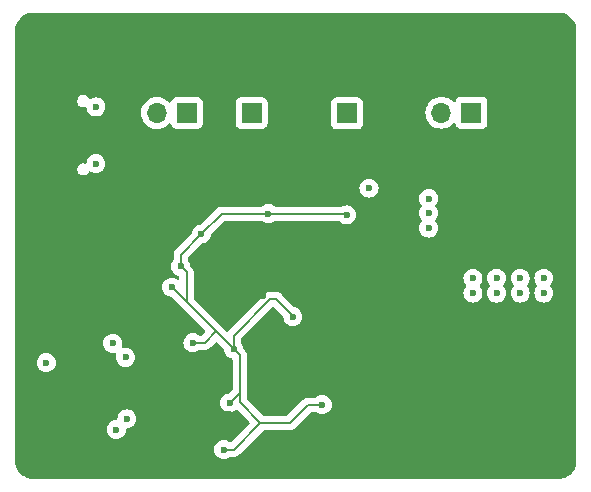
<source format=gbr>
%TF.GenerationSoftware,KiCad,Pcbnew,8.0.1*%
%TF.CreationDate,2024-06-13T11:44:25+10:00*%
%TF.ProjectId,CLD,434c442e-6b69-4636-9164-5f7063625858,rev?*%
%TF.SameCoordinates,Original*%
%TF.FileFunction,Copper,L3,Inr*%
%TF.FilePolarity,Positive*%
%FSLAX46Y46*%
G04 Gerber Fmt 4.6, Leading zero omitted, Abs format (unit mm)*
G04 Created by KiCad (PCBNEW 8.0.1) date 2024-06-13 11:44:25*
%MOMM*%
%LPD*%
G01*
G04 APERTURE LIST*
%TA.AperFunction,ComponentPad*%
%ADD10R,1.700000X1.700000*%
%TD*%
%TA.AperFunction,ComponentPad*%
%ADD11O,1.700000X1.700000*%
%TD*%
%TA.AperFunction,ComponentPad*%
%ADD12O,2.100000X1.000000*%
%TD*%
%TA.AperFunction,ComponentPad*%
%ADD13O,1.800000X1.000000*%
%TD*%
%TA.AperFunction,ViaPad*%
%ADD14C,0.600000*%
%TD*%
%TA.AperFunction,ViaPad*%
%ADD15C,4.500000*%
%TD*%
%TA.AperFunction,Conductor*%
%ADD16C,0.200000*%
%TD*%
G04 APERTURE END LIST*
D10*
%TO.N,+5V*%
%TO.C,J3*%
X91008333Y-51512500D03*
D11*
%TO.N,GND*%
X93548333Y-51512500D03*
%TD*%
D12*
%TO.N,GND*%
%TO.C,J6*%
X77250000Y-49070000D03*
D13*
X73070000Y-49070000D03*
D12*
X77250000Y-57710000D03*
D13*
X73070000Y-57710000D03*
%TD*%
D10*
%TO.N,/Can_H*%
%TO.C,J4*%
X85525000Y-51500000D03*
D11*
%TO.N,/Can_L*%
X82985000Y-51500000D03*
%TD*%
D10*
%TO.N,VDD*%
%TO.C,J1*%
X109624999Y-51475000D03*
D11*
%TO.N,Net-(J1-Pin_2)*%
X107084999Y-51475000D03*
%TD*%
D10*
%TO.N,VDD*%
%TO.C,J2*%
X99091666Y-51537500D03*
D11*
%TO.N,GND*%
X101631666Y-51537500D03*
%TD*%
D14*
%TO.N,GND*%
X72000000Y-53750000D03*
X75250000Y-53500000D03*
X72000000Y-50750000D03*
X73750000Y-52000000D03*
X72000000Y-71250000D03*
X72250000Y-62500000D03*
X72250000Y-66250000D03*
X103000000Y-81000000D03*
%TO.N,+3.3V*%
X89150000Y-76050000D03*
X88650000Y-80000000D03*
X97000000Y-76200000D03*
%TO.N,GND*%
X104250000Y-60000000D03*
X85875000Y-77000000D03*
X101250000Y-73500000D03*
X106500000Y-73000000D03*
D15*
X116250000Y-45500000D03*
D14*
X115500000Y-60000000D03*
X85250000Y-74500000D03*
X88125000Y-77000000D03*
X95000000Y-58250000D03*
X117000000Y-62500000D03*
X117000000Y-58000000D03*
X103000000Y-74500000D03*
X80250000Y-65500000D03*
X93093324Y-72530330D03*
X98000000Y-73750000D03*
X74000000Y-69000000D03*
X104250000Y-61500000D03*
D15*
X73250000Y-45500000D03*
D14*
X106500000Y-68750000D03*
X82922785Y-79828966D03*
X96000000Y-48500000D03*
X117250000Y-48500000D03*
X102750000Y-60000000D03*
X106500000Y-71500000D03*
X107575000Y-76000000D03*
X89000000Y-67500000D03*
X87500000Y-66000000D03*
X102500000Y-63500000D03*
X118000000Y-68750000D03*
X80000000Y-48500000D03*
X91250000Y-71750000D03*
X83750000Y-78000000D03*
X96500000Y-56250000D03*
X97406676Y-71469670D03*
X77000000Y-69500000D03*
X89500000Y-57500000D03*
X101500000Y-62500000D03*
X89125000Y-77000000D03*
X88000000Y-48500000D03*
X74500000Y-49000000D03*
X90750000Y-57500000D03*
X86875000Y-77000000D03*
X92000000Y-67000000D03*
X91500000Y-81750000D03*
X110500000Y-81000000D03*
X87125000Y-80000000D03*
X106500000Y-70250000D03*
X92000000Y-65000000D03*
X96750000Y-80750000D03*
X93000000Y-66000000D03*
X103500000Y-63500000D03*
X110500000Y-45000000D03*
X76000000Y-58000000D03*
X118000000Y-74750000D03*
X88625000Y-74000000D03*
X82250000Y-74000000D03*
X110750000Y-75750000D03*
D15*
X116250000Y-80000000D03*
D14*
X76500000Y-44000000D03*
X78500000Y-49000000D03*
X80250000Y-64250000D03*
X100500000Y-61500000D03*
X88125000Y-75000000D03*
X95750000Y-57500000D03*
X104500000Y-73750000D03*
X92201992Y-74951992D03*
X80000000Y-58000000D03*
X89500000Y-65000000D03*
X85000000Y-72000000D03*
X76250000Y-64250000D03*
X84250000Y-58000000D03*
X82000000Y-45000000D03*
X74250000Y-76250000D03*
X104500000Y-72500000D03*
X76500000Y-82000000D03*
X78250000Y-74750000D03*
X108750000Y-75750000D03*
X103500000Y-60750000D03*
D15*
X73250000Y-80000000D03*
D14*
X77000000Y-74000000D03*
X99000000Y-56250000D03*
%TO.N,+3.3V*%
X92438128Y-60021313D03*
X86048008Y-70951992D03*
X94500000Y-68750000D03*
X84250000Y-66250000D03*
X99050001Y-60137500D03*
X85000000Y-64500000D03*
X86750000Y-61750000D03*
X89500000Y-71500000D03*
%TO.N,VDD*%
X100949999Y-57862500D03*
%TO.N,+5V*%
X73624011Y-72646169D03*
X77825000Y-50990000D03*
X77825000Y-55790000D03*
%TO.N,/Can_L*%
X79551076Y-78301076D03*
X79250000Y-71000000D03*
%TO.N,/Can_H*%
X80449102Y-77403050D03*
X80333363Y-72185337D03*
%TO.N,Net-(L1-Pad1)*%
X106000000Y-58750000D03*
X111750000Y-66750000D03*
X109750000Y-65500000D03*
X106000000Y-61250000D03*
X115750000Y-66750000D03*
X113750000Y-66750000D03*
X109750000Y-66750000D03*
X113750000Y-65500000D03*
X115750000Y-65500000D03*
X106000000Y-60000000D03*
X111750000Y-65500000D03*
%TD*%
D16*
%TO.N,+3.3V*%
X88650000Y-80000000D02*
X89500000Y-80000000D01*
X89500000Y-80000000D02*
X91750000Y-77750000D01*
X89150000Y-76050000D02*
X90000000Y-75200000D01*
X97000000Y-76200000D02*
X95800000Y-76200000D01*
X95800000Y-76200000D02*
X94250000Y-77750000D01*
X94250000Y-77750000D02*
X91750000Y-77750000D01*
X90000000Y-72000000D02*
X89500000Y-71500000D01*
X85000000Y-64500000D02*
X85080761Y-64500000D01*
X90000000Y-75200000D02*
X90000000Y-72000000D01*
X84250000Y-66170000D02*
X84250000Y-66250000D01*
X91750000Y-77750000D02*
X90000000Y-76000000D01*
X90000000Y-76000000D02*
X90000000Y-75200000D01*
X89500000Y-71500000D02*
X88000000Y-70000000D01*
X85000000Y-64500000D02*
X85000000Y-63500000D01*
X85000000Y-63500000D02*
X86750000Y-61750000D01*
X85500000Y-65000000D02*
X85000000Y-64500000D01*
X87048008Y-70951992D02*
X88000000Y-70000000D01*
X92598529Y-67250000D02*
X89500000Y-70348529D01*
X86750000Y-61750000D02*
X88478687Y-60021313D01*
X88478687Y-60021313D02*
X92438128Y-60021313D01*
X93098529Y-67250000D02*
X92598529Y-67250000D01*
X85500000Y-67500000D02*
X85500000Y-65000000D01*
X88000000Y-70000000D02*
X85500000Y-67500000D01*
X98933814Y-60021313D02*
X99050001Y-60137500D01*
X94500000Y-68750000D02*
X94500000Y-68651471D01*
X84250000Y-66250000D02*
X85500000Y-67500000D01*
X86048008Y-70951992D02*
X87048008Y-70951992D01*
X94500000Y-68651471D02*
X93098529Y-67250000D01*
X89500000Y-70348529D02*
X89500000Y-71500000D01*
X92438128Y-60021313D02*
X98933814Y-60021313D01*
%TD*%
%TA.AperFunction,Conductor*%
%TO.N,GND*%
G36*
X117004418Y-43000816D02*
G01*
X117204561Y-43015130D01*
X117222063Y-43017647D01*
X117413797Y-43059355D01*
X117430755Y-43064334D01*
X117614609Y-43132909D01*
X117630701Y-43140259D01*
X117802904Y-43234288D01*
X117817784Y-43243849D01*
X117974867Y-43361441D01*
X117988237Y-43373027D01*
X118126972Y-43511762D01*
X118138558Y-43525132D01*
X118256146Y-43682210D01*
X118265711Y-43697095D01*
X118359740Y-43869298D01*
X118367090Y-43885390D01*
X118435662Y-44069236D01*
X118440646Y-44086212D01*
X118482351Y-44277931D01*
X118484869Y-44295442D01*
X118499184Y-44495580D01*
X118499500Y-44504427D01*
X118499500Y-80995572D01*
X118499184Y-81004419D01*
X118484869Y-81204557D01*
X118482351Y-81222068D01*
X118440646Y-81413787D01*
X118435662Y-81430763D01*
X118367090Y-81614609D01*
X118359740Y-81630701D01*
X118265711Y-81802904D01*
X118256146Y-81817789D01*
X118138558Y-81974867D01*
X118126972Y-81988237D01*
X117988237Y-82126972D01*
X117974867Y-82138558D01*
X117817789Y-82256146D01*
X117802904Y-82265711D01*
X117630701Y-82359740D01*
X117614609Y-82367090D01*
X117430763Y-82435662D01*
X117413787Y-82440646D01*
X117222068Y-82482351D01*
X117204557Y-82484869D01*
X117023779Y-82497799D01*
X117004417Y-82499184D01*
X116995572Y-82499500D01*
X72504428Y-82499500D01*
X72495582Y-82499184D01*
X72473622Y-82497613D01*
X72295442Y-82484869D01*
X72277931Y-82482351D01*
X72086212Y-82440646D01*
X72069236Y-82435662D01*
X71885390Y-82367090D01*
X71869298Y-82359740D01*
X71697095Y-82265711D01*
X71682210Y-82256146D01*
X71525132Y-82138558D01*
X71511762Y-82126972D01*
X71373027Y-81988237D01*
X71361441Y-81974867D01*
X71243849Y-81817784D01*
X71234288Y-81802904D01*
X71140259Y-81630701D01*
X71132909Y-81614609D01*
X71072091Y-81451551D01*
X71064334Y-81430755D01*
X71059355Y-81413797D01*
X71017647Y-81222063D01*
X71015130Y-81204556D01*
X71000816Y-81004418D01*
X71000500Y-80995572D01*
X71000500Y-78301079D01*
X78745511Y-78301079D01*
X78765706Y-78480325D01*
X78765707Y-78480330D01*
X78825287Y-78650599D01*
X78921260Y-78803338D01*
X79048814Y-78930892D01*
X79201554Y-79026865D01*
X79371821Y-79086444D01*
X79371826Y-79086445D01*
X79551072Y-79106641D01*
X79551076Y-79106641D01*
X79551080Y-79106641D01*
X79730325Y-79086445D01*
X79730328Y-79086444D01*
X79730331Y-79086444D01*
X79900598Y-79026865D01*
X80053338Y-78930892D01*
X80180892Y-78803338D01*
X80276865Y-78650598D01*
X80336444Y-78480331D01*
X80354932Y-78316242D01*
X80381998Y-78251829D01*
X80439593Y-78212274D01*
X80464267Y-78206906D01*
X80504551Y-78202367D01*
X80628351Y-78188419D01*
X80628354Y-78188418D01*
X80628357Y-78188418D01*
X80798624Y-78128839D01*
X80951364Y-78032866D01*
X81078918Y-77905312D01*
X81174891Y-77752572D01*
X81234470Y-77582305D01*
X81241974Y-77515706D01*
X81254667Y-77403053D01*
X81254667Y-77403046D01*
X81234471Y-77223800D01*
X81234470Y-77223795D01*
X81174890Y-77053526D01*
X81094627Y-76925789D01*
X81078918Y-76900788D01*
X80951364Y-76773234D01*
X80798625Y-76677261D01*
X80628356Y-76617681D01*
X80628351Y-76617680D01*
X80449106Y-76597485D01*
X80449098Y-76597485D01*
X80269852Y-76617680D01*
X80269847Y-76617681D01*
X80099578Y-76677261D01*
X79946839Y-76773234D01*
X79819286Y-76900787D01*
X79723313Y-77053526D01*
X79663733Y-77223795D01*
X79663732Y-77223799D01*
X79645245Y-77387883D01*
X79618178Y-77452297D01*
X79560584Y-77491852D01*
X79535909Y-77497219D01*
X79371825Y-77515706D01*
X79371821Y-77515707D01*
X79201552Y-77575287D01*
X79048813Y-77671260D01*
X78921260Y-77798813D01*
X78825287Y-77951552D01*
X78765707Y-78121821D01*
X78765706Y-78121826D01*
X78745511Y-78301072D01*
X78745511Y-78301079D01*
X71000500Y-78301079D01*
X71000500Y-72646172D01*
X72818446Y-72646172D01*
X72838641Y-72825418D01*
X72838642Y-72825423D01*
X72898222Y-72995692D01*
X72994195Y-73148431D01*
X73121749Y-73275985D01*
X73274489Y-73371958D01*
X73444756Y-73431537D01*
X73444761Y-73431538D01*
X73624007Y-73451734D01*
X73624011Y-73451734D01*
X73624015Y-73451734D01*
X73803260Y-73431538D01*
X73803263Y-73431537D01*
X73803266Y-73431537D01*
X73973533Y-73371958D01*
X74126273Y-73275985D01*
X74253827Y-73148431D01*
X74349800Y-72995691D01*
X74409379Y-72825424D01*
X74409380Y-72825418D01*
X74429576Y-72646172D01*
X74429576Y-72646165D01*
X74409380Y-72466919D01*
X74409379Y-72466914D01*
X74349800Y-72296647D01*
X74253827Y-72143907D01*
X74126273Y-72016353D01*
X74103847Y-72002262D01*
X73973534Y-71920380D01*
X73803265Y-71860800D01*
X73803260Y-71860799D01*
X73624015Y-71840604D01*
X73624007Y-71840604D01*
X73444761Y-71860799D01*
X73444756Y-71860800D01*
X73274487Y-71920380D01*
X73121748Y-72016353D01*
X72994195Y-72143906D01*
X72898222Y-72296645D01*
X72838642Y-72466914D01*
X72838641Y-72466919D01*
X72818446Y-72646165D01*
X72818446Y-72646172D01*
X71000500Y-72646172D01*
X71000500Y-71000003D01*
X78444435Y-71000003D01*
X78464630Y-71179249D01*
X78464631Y-71179254D01*
X78524211Y-71349523D01*
X78593345Y-71459548D01*
X78620184Y-71502262D01*
X78747738Y-71629816D01*
X78900478Y-71725789D01*
X79068519Y-71784589D01*
X79070745Y-71785368D01*
X79070750Y-71785369D01*
X79249996Y-71805565D01*
X79250000Y-71805565D01*
X79250004Y-71805565D01*
X79436175Y-71784589D01*
X79436500Y-71787478D01*
X79493239Y-71790955D01*
X79549596Y-71832254D01*
X79574679Y-71897466D01*
X79568134Y-71948528D01*
X79547994Y-72006082D01*
X79547993Y-72006087D01*
X79527798Y-72185333D01*
X79527798Y-72185340D01*
X79547993Y-72364586D01*
X79547994Y-72364591D01*
X79607574Y-72534860D01*
X79703547Y-72687599D01*
X79831101Y-72815153D01*
X79983841Y-72911126D01*
X80154108Y-72970705D01*
X80154113Y-72970706D01*
X80333359Y-72990902D01*
X80333363Y-72990902D01*
X80333367Y-72990902D01*
X80512612Y-72970706D01*
X80512615Y-72970705D01*
X80512618Y-72970705D01*
X80682885Y-72911126D01*
X80835625Y-72815153D01*
X80963179Y-72687599D01*
X81059152Y-72534859D01*
X81118731Y-72364592D01*
X81118732Y-72364586D01*
X81138928Y-72185340D01*
X81138928Y-72185333D01*
X81118732Y-72006087D01*
X81118731Y-72006082D01*
X81088940Y-71920944D01*
X81059152Y-71835815D01*
X81056914Y-71832254D01*
X80997289Y-71737361D01*
X80963179Y-71683075D01*
X80835625Y-71555521D01*
X80765676Y-71511569D01*
X80682886Y-71459548D01*
X80512617Y-71399968D01*
X80512612Y-71399967D01*
X80333367Y-71379772D01*
X80333359Y-71379772D01*
X80147188Y-71400748D01*
X80146865Y-71397882D01*
X80089992Y-71394333D01*
X80033681Y-71352971D01*
X80008671Y-71287730D01*
X80015228Y-71236810D01*
X80035368Y-71179255D01*
X80035369Y-71179249D01*
X80055565Y-71000003D01*
X80055565Y-70999996D01*
X80035369Y-70820750D01*
X80035368Y-70820745D01*
X79975788Y-70650476D01*
X79879815Y-70497737D01*
X79752262Y-70370184D01*
X79599523Y-70274211D01*
X79429254Y-70214631D01*
X79429249Y-70214630D01*
X79250004Y-70194435D01*
X79249996Y-70194435D01*
X79070750Y-70214630D01*
X79070745Y-70214631D01*
X78900476Y-70274211D01*
X78747737Y-70370184D01*
X78620184Y-70497737D01*
X78524211Y-70650476D01*
X78464631Y-70820745D01*
X78464630Y-70820750D01*
X78444435Y-70999996D01*
X78444435Y-71000003D01*
X71000500Y-71000003D01*
X71000500Y-66250003D01*
X83444435Y-66250003D01*
X83464630Y-66429249D01*
X83464631Y-66429254D01*
X83524211Y-66599523D01*
X83555614Y-66649500D01*
X83620184Y-66752262D01*
X83747738Y-66879816D01*
X83900478Y-66975789D01*
X84070745Y-67035368D01*
X84157669Y-67045161D01*
X84222080Y-67072226D01*
X84231465Y-67080700D01*
X85015139Y-67864374D01*
X85015149Y-67864385D01*
X85019479Y-67868715D01*
X85019480Y-67868716D01*
X85131284Y-67980520D01*
X85131285Y-67980520D01*
X85138352Y-67987587D01*
X85138351Y-67987587D01*
X85138355Y-67987590D01*
X87063084Y-69912319D01*
X87096569Y-69973642D01*
X87091585Y-70043334D01*
X87063084Y-70087681D01*
X86835592Y-70315173D01*
X86774269Y-70348658D01*
X86747911Y-70351492D01*
X86630420Y-70351492D01*
X86563381Y-70331807D01*
X86553105Y-70324437D01*
X86550271Y-70322177D01*
X86550270Y-70322176D01*
X86473934Y-70274211D01*
X86397531Y-70226203D01*
X86227262Y-70166623D01*
X86227257Y-70166622D01*
X86048012Y-70146427D01*
X86048004Y-70146427D01*
X85868758Y-70166622D01*
X85868753Y-70166623D01*
X85698484Y-70226203D01*
X85545745Y-70322176D01*
X85418192Y-70449729D01*
X85322219Y-70602468D01*
X85262639Y-70772737D01*
X85262638Y-70772742D01*
X85242443Y-70951988D01*
X85242443Y-70951995D01*
X85262638Y-71131241D01*
X85262639Y-71131246D01*
X85322219Y-71301515D01*
X85416012Y-71450784D01*
X85418192Y-71454254D01*
X85545746Y-71581808D01*
X85698486Y-71677781D01*
X85835682Y-71725788D01*
X85868753Y-71737360D01*
X85868758Y-71737361D01*
X86048004Y-71757557D01*
X86048008Y-71757557D01*
X86048012Y-71757557D01*
X86227257Y-71737361D01*
X86227260Y-71737360D01*
X86227263Y-71737360D01*
X86397530Y-71677781D01*
X86550270Y-71581808D01*
X86550275Y-71581802D01*
X86553105Y-71579547D01*
X86555283Y-71578657D01*
X86556166Y-71578103D01*
X86556263Y-71578257D01*
X86617791Y-71553137D01*
X86630420Y-71552492D01*
X86961339Y-71552492D01*
X86961355Y-71552493D01*
X86968951Y-71552493D01*
X87127062Y-71552493D01*
X87127065Y-71552493D01*
X87279793Y-71511569D01*
X87329912Y-71482631D01*
X87416724Y-71432512D01*
X87528528Y-71320708D01*
X87528528Y-71320706D01*
X87538736Y-71310499D01*
X87538737Y-71310496D01*
X87912321Y-70936912D01*
X87973641Y-70903430D01*
X88043333Y-70908414D01*
X88087680Y-70936915D01*
X88669298Y-71518533D01*
X88702783Y-71579856D01*
X88704837Y-71592330D01*
X88714630Y-71679249D01*
X88774210Y-71849521D01*
X88781297Y-71860800D01*
X88870184Y-72002262D01*
X88997738Y-72129816D01*
X89150478Y-72225789D01*
X89316455Y-72283867D01*
X89373230Y-72324588D01*
X89398978Y-72389540D01*
X89399500Y-72400908D01*
X89399500Y-74899902D01*
X89379815Y-74966941D01*
X89363181Y-74987583D01*
X89131465Y-75219298D01*
X89070142Y-75252783D01*
X89057668Y-75254837D01*
X88970750Y-75264630D01*
X88800478Y-75324210D01*
X88647737Y-75420184D01*
X88520184Y-75547737D01*
X88424211Y-75700476D01*
X88364631Y-75870745D01*
X88364630Y-75870750D01*
X88344435Y-76049996D01*
X88344435Y-76050003D01*
X88364630Y-76229249D01*
X88364631Y-76229254D01*
X88424211Y-76399523D01*
X88518462Y-76549522D01*
X88520184Y-76552262D01*
X88647738Y-76679816D01*
X88647740Y-76679817D01*
X88796411Y-76773234D01*
X88800478Y-76775789D01*
X88954878Y-76829816D01*
X88970745Y-76835368D01*
X88970750Y-76835369D01*
X89149996Y-76855565D01*
X89150000Y-76855565D01*
X89150004Y-76855565D01*
X89329249Y-76835369D01*
X89329252Y-76835368D01*
X89329255Y-76835368D01*
X89499522Y-76775789D01*
X89652262Y-76679816D01*
X89653730Y-76678347D01*
X89654916Y-76677699D01*
X89657710Y-76675472D01*
X89658099Y-76675960D01*
X89715044Y-76644856D01*
X89784736Y-76649829D01*
X89829102Y-76678337D01*
X90813083Y-77662318D01*
X90846568Y-77723641D01*
X90841584Y-77793333D01*
X90813083Y-77837680D01*
X89300988Y-79349776D01*
X89239665Y-79383261D01*
X89169973Y-79378277D01*
X89147337Y-79367089D01*
X89107053Y-79341777D01*
X88999524Y-79274211D01*
X88829254Y-79214631D01*
X88829249Y-79214630D01*
X88650004Y-79194435D01*
X88649996Y-79194435D01*
X88470750Y-79214630D01*
X88470745Y-79214631D01*
X88300476Y-79274211D01*
X88147737Y-79370184D01*
X88020184Y-79497737D01*
X87924211Y-79650476D01*
X87864631Y-79820745D01*
X87864630Y-79820750D01*
X87844435Y-79999996D01*
X87844435Y-80000003D01*
X87864630Y-80179249D01*
X87864631Y-80179254D01*
X87924211Y-80349523D01*
X88020184Y-80502262D01*
X88147738Y-80629816D01*
X88300478Y-80725789D01*
X88470745Y-80785368D01*
X88470750Y-80785369D01*
X88649996Y-80805565D01*
X88650000Y-80805565D01*
X88650004Y-80805565D01*
X88829249Y-80785369D01*
X88829252Y-80785368D01*
X88829255Y-80785368D01*
X88999522Y-80725789D01*
X89152262Y-80629816D01*
X89152267Y-80629810D01*
X89155097Y-80627555D01*
X89157275Y-80626665D01*
X89158158Y-80626111D01*
X89158255Y-80626265D01*
X89219783Y-80601145D01*
X89232412Y-80600500D01*
X89413331Y-80600500D01*
X89413347Y-80600501D01*
X89420943Y-80600501D01*
X89579054Y-80600501D01*
X89579057Y-80600501D01*
X89731785Y-80559577D01*
X89781904Y-80530639D01*
X89868716Y-80480520D01*
X89980520Y-80368716D01*
X89980520Y-80368714D01*
X89990728Y-80358507D01*
X89990729Y-80358504D01*
X91962417Y-78386819D01*
X92023740Y-78353334D01*
X92050098Y-78350500D01*
X94163331Y-78350500D01*
X94163347Y-78350501D01*
X94170943Y-78350501D01*
X94329054Y-78350501D01*
X94329057Y-78350501D01*
X94481785Y-78309577D01*
X94531904Y-78280639D01*
X94618716Y-78230520D01*
X94730520Y-78118716D01*
X94730520Y-78118714D01*
X94740728Y-78108507D01*
X94740729Y-78108504D01*
X96012416Y-76836819D01*
X96073739Y-76803334D01*
X96100097Y-76800500D01*
X96417588Y-76800500D01*
X96484627Y-76820185D01*
X96494903Y-76827555D01*
X96497736Y-76829814D01*
X96497738Y-76829816D01*
X96650478Y-76925789D01*
X96820745Y-76985368D01*
X96820750Y-76985369D01*
X96999996Y-77005565D01*
X97000000Y-77005565D01*
X97000004Y-77005565D01*
X97179249Y-76985369D01*
X97179252Y-76985368D01*
X97179255Y-76985368D01*
X97349522Y-76925789D01*
X97502262Y-76829816D01*
X97629816Y-76702262D01*
X97725789Y-76549522D01*
X97785368Y-76379255D01*
X97802269Y-76229254D01*
X97805565Y-76200003D01*
X97805565Y-76199996D01*
X97785369Y-76020750D01*
X97785368Y-76020745D01*
X97732882Y-75870750D01*
X97725789Y-75850478D01*
X97629816Y-75697738D01*
X97502262Y-75570184D01*
X97349523Y-75474211D01*
X97179254Y-75414631D01*
X97179249Y-75414630D01*
X97000004Y-75394435D01*
X96999996Y-75394435D01*
X96820750Y-75414630D01*
X96820745Y-75414631D01*
X96650476Y-75474211D01*
X96497736Y-75570185D01*
X96494903Y-75572445D01*
X96492724Y-75573334D01*
X96491842Y-75573889D01*
X96491744Y-75573734D01*
X96430217Y-75598855D01*
X96417588Y-75599500D01*
X95886669Y-75599500D01*
X95886653Y-75599499D01*
X95879057Y-75599499D01*
X95720943Y-75599499D01*
X95613587Y-75628265D01*
X95568210Y-75640424D01*
X95568209Y-75640425D01*
X95533066Y-75660716D01*
X95533064Y-75660717D01*
X95431290Y-75719475D01*
X95431282Y-75719481D01*
X95319478Y-75831286D01*
X94037584Y-77113181D01*
X93976261Y-77146666D01*
X93949903Y-77149500D01*
X92050098Y-77149500D01*
X91983059Y-77129815D01*
X91962417Y-77113181D01*
X90636819Y-75787583D01*
X90603334Y-75726260D01*
X90600500Y-75699902D01*
X90600500Y-75289059D01*
X90600501Y-75289046D01*
X90600501Y-75113347D01*
X90600500Y-75113329D01*
X90600500Y-72089060D01*
X90600501Y-72089047D01*
X90600501Y-71920944D01*
X90594210Y-71897466D01*
X90559577Y-71768216D01*
X90541763Y-71737361D01*
X90480524Y-71631290D01*
X90480522Y-71631287D01*
X90480521Y-71631286D01*
X90480520Y-71631284D01*
X90330698Y-71481463D01*
X90297215Y-71420142D01*
X90295163Y-71407686D01*
X90285368Y-71320745D01*
X90225789Y-71150478D01*
X90129816Y-70997738D01*
X90129814Y-70997736D01*
X90129813Y-70997734D01*
X90127550Y-70994896D01*
X90126659Y-70992715D01*
X90126111Y-70991842D01*
X90126264Y-70991745D01*
X90101144Y-70930209D01*
X90100500Y-70917587D01*
X90100500Y-70648626D01*
X90120185Y-70581587D01*
X90136819Y-70560945D01*
X91445502Y-69252262D01*
X92760850Y-67936914D01*
X92822171Y-67903431D01*
X92891863Y-67908415D01*
X92936210Y-67936916D01*
X93658116Y-68658822D01*
X93691601Y-68720145D01*
X93694435Y-68746503D01*
X93694435Y-68750003D01*
X93714630Y-68929249D01*
X93714631Y-68929254D01*
X93774211Y-69099523D01*
X93870184Y-69252262D01*
X93997738Y-69379816D01*
X94150478Y-69475789D01*
X94275343Y-69519481D01*
X94320745Y-69535368D01*
X94320750Y-69535369D01*
X94499996Y-69555565D01*
X94500000Y-69555565D01*
X94500004Y-69555565D01*
X94679249Y-69535369D01*
X94679252Y-69535368D01*
X94679255Y-69535368D01*
X94849522Y-69475789D01*
X95002262Y-69379816D01*
X95129816Y-69252262D01*
X95225789Y-69099522D01*
X95285368Y-68929255D01*
X95305565Y-68750000D01*
X95302201Y-68720145D01*
X95285369Y-68570750D01*
X95285368Y-68570745D01*
X95225788Y-68400476D01*
X95129815Y-68247737D01*
X95002262Y-68120184D01*
X94849521Y-68024210D01*
X94680035Y-67964905D01*
X94633308Y-67935544D01*
X93586119Y-66888355D01*
X93586117Y-66888352D01*
X93467246Y-66769481D01*
X93467245Y-66769480D01*
X93433509Y-66750003D01*
X108944435Y-66750003D01*
X108964630Y-66929249D01*
X108964631Y-66929254D01*
X109024211Y-67099523D01*
X109103846Y-67226261D01*
X109120184Y-67252262D01*
X109247738Y-67379816D01*
X109400478Y-67475789D01*
X109570745Y-67535368D01*
X109570750Y-67535369D01*
X109749996Y-67555565D01*
X109750000Y-67555565D01*
X109750004Y-67555565D01*
X109929249Y-67535369D01*
X109929252Y-67535368D01*
X109929255Y-67535368D01*
X110099522Y-67475789D01*
X110252262Y-67379816D01*
X110379816Y-67252262D01*
X110475789Y-67099522D01*
X110535368Y-66929255D01*
X110535369Y-66929249D01*
X110555565Y-66750003D01*
X110944435Y-66750003D01*
X110964630Y-66929249D01*
X110964631Y-66929254D01*
X111024211Y-67099523D01*
X111103846Y-67226261D01*
X111120184Y-67252262D01*
X111247738Y-67379816D01*
X111400478Y-67475789D01*
X111570745Y-67535368D01*
X111570750Y-67535369D01*
X111749996Y-67555565D01*
X111750000Y-67555565D01*
X111750004Y-67555565D01*
X111929249Y-67535369D01*
X111929252Y-67535368D01*
X111929255Y-67535368D01*
X112099522Y-67475789D01*
X112252262Y-67379816D01*
X112379816Y-67252262D01*
X112475789Y-67099522D01*
X112535368Y-66929255D01*
X112535369Y-66929249D01*
X112555565Y-66750003D01*
X112944435Y-66750003D01*
X112964630Y-66929249D01*
X112964631Y-66929254D01*
X113024211Y-67099523D01*
X113103846Y-67226261D01*
X113120184Y-67252262D01*
X113247738Y-67379816D01*
X113400478Y-67475789D01*
X113570745Y-67535368D01*
X113570750Y-67535369D01*
X113749996Y-67555565D01*
X113750000Y-67555565D01*
X113750004Y-67555565D01*
X113929249Y-67535369D01*
X113929252Y-67535368D01*
X113929255Y-67535368D01*
X114099522Y-67475789D01*
X114252262Y-67379816D01*
X114379816Y-67252262D01*
X114475789Y-67099522D01*
X114535368Y-66929255D01*
X114535369Y-66929249D01*
X114555565Y-66750003D01*
X114944435Y-66750003D01*
X114964630Y-66929249D01*
X114964631Y-66929254D01*
X115024211Y-67099523D01*
X115103846Y-67226261D01*
X115120184Y-67252262D01*
X115247738Y-67379816D01*
X115400478Y-67475789D01*
X115570745Y-67535368D01*
X115570750Y-67535369D01*
X115749996Y-67555565D01*
X115750000Y-67555565D01*
X115750004Y-67555565D01*
X115929249Y-67535369D01*
X115929252Y-67535368D01*
X115929255Y-67535368D01*
X116099522Y-67475789D01*
X116252262Y-67379816D01*
X116379816Y-67252262D01*
X116475789Y-67099522D01*
X116535368Y-66929255D01*
X116535369Y-66929249D01*
X116555565Y-66750003D01*
X116555565Y-66749996D01*
X116535369Y-66570750D01*
X116535368Y-66570745D01*
X116475789Y-66400478D01*
X116379816Y-66247738D01*
X116344759Y-66212681D01*
X116311274Y-66151358D01*
X116316258Y-66081666D01*
X116344759Y-66037319D01*
X116379816Y-66002262D01*
X116475789Y-65849522D01*
X116535368Y-65679255D01*
X116543050Y-65611076D01*
X116555565Y-65500003D01*
X116555565Y-65499996D01*
X116535369Y-65320750D01*
X116535368Y-65320745D01*
X116475788Y-65150476D01*
X116430913Y-65079058D01*
X116379816Y-64997738D01*
X116252262Y-64870184D01*
X116219379Y-64849522D01*
X116099523Y-64774211D01*
X115929254Y-64714631D01*
X115929249Y-64714630D01*
X115750004Y-64694435D01*
X115749996Y-64694435D01*
X115570750Y-64714630D01*
X115570745Y-64714631D01*
X115400476Y-64774211D01*
X115247737Y-64870184D01*
X115120184Y-64997737D01*
X115024211Y-65150476D01*
X114964631Y-65320745D01*
X114964630Y-65320750D01*
X114944435Y-65499996D01*
X114944435Y-65500003D01*
X114964630Y-65679249D01*
X114964631Y-65679254D01*
X115024211Y-65849523D01*
X115120184Y-66002262D01*
X115155241Y-66037319D01*
X115188726Y-66098642D01*
X115183742Y-66168334D01*
X115155241Y-66212681D01*
X115120184Y-66247737D01*
X115024211Y-66400476D01*
X114964631Y-66570745D01*
X114964630Y-66570750D01*
X114944435Y-66749996D01*
X114944435Y-66750003D01*
X114555565Y-66750003D01*
X114555565Y-66749996D01*
X114535369Y-66570750D01*
X114535368Y-66570745D01*
X114475789Y-66400478D01*
X114379816Y-66247738D01*
X114344759Y-66212681D01*
X114311274Y-66151358D01*
X114316258Y-66081666D01*
X114344759Y-66037319D01*
X114379816Y-66002262D01*
X114475789Y-65849522D01*
X114535368Y-65679255D01*
X114543050Y-65611076D01*
X114555565Y-65500003D01*
X114555565Y-65499996D01*
X114535369Y-65320750D01*
X114535368Y-65320745D01*
X114475788Y-65150476D01*
X114430913Y-65079058D01*
X114379816Y-64997738D01*
X114252262Y-64870184D01*
X114219379Y-64849522D01*
X114099523Y-64774211D01*
X113929254Y-64714631D01*
X113929249Y-64714630D01*
X113750004Y-64694435D01*
X113749996Y-64694435D01*
X113570750Y-64714630D01*
X113570745Y-64714631D01*
X113400476Y-64774211D01*
X113247737Y-64870184D01*
X113120184Y-64997737D01*
X113024211Y-65150476D01*
X112964631Y-65320745D01*
X112964630Y-65320750D01*
X112944435Y-65499996D01*
X112944435Y-65500003D01*
X112964630Y-65679249D01*
X112964631Y-65679254D01*
X113024211Y-65849523D01*
X113120184Y-66002262D01*
X113155241Y-66037319D01*
X113188726Y-66098642D01*
X113183742Y-66168334D01*
X113155241Y-66212681D01*
X113120184Y-66247737D01*
X113024211Y-66400476D01*
X112964631Y-66570745D01*
X112964630Y-66570750D01*
X112944435Y-66749996D01*
X112944435Y-66750003D01*
X112555565Y-66750003D01*
X112555565Y-66749996D01*
X112535369Y-66570750D01*
X112535368Y-66570745D01*
X112475789Y-66400478D01*
X112379816Y-66247738D01*
X112344759Y-66212681D01*
X112311274Y-66151358D01*
X112316258Y-66081666D01*
X112344759Y-66037319D01*
X112379816Y-66002262D01*
X112475789Y-65849522D01*
X112535368Y-65679255D01*
X112543050Y-65611076D01*
X112555565Y-65500003D01*
X112555565Y-65499996D01*
X112535369Y-65320750D01*
X112535368Y-65320745D01*
X112475788Y-65150476D01*
X112430913Y-65079058D01*
X112379816Y-64997738D01*
X112252262Y-64870184D01*
X112219379Y-64849522D01*
X112099523Y-64774211D01*
X111929254Y-64714631D01*
X111929249Y-64714630D01*
X111750004Y-64694435D01*
X111749996Y-64694435D01*
X111570750Y-64714630D01*
X111570745Y-64714631D01*
X111400476Y-64774211D01*
X111247737Y-64870184D01*
X111120184Y-64997737D01*
X111024211Y-65150476D01*
X110964631Y-65320745D01*
X110964630Y-65320750D01*
X110944435Y-65499996D01*
X110944435Y-65500003D01*
X110964630Y-65679249D01*
X110964631Y-65679254D01*
X111024211Y-65849523D01*
X111120184Y-66002262D01*
X111155241Y-66037319D01*
X111188726Y-66098642D01*
X111183742Y-66168334D01*
X111155241Y-66212681D01*
X111120184Y-66247737D01*
X111024211Y-66400476D01*
X110964631Y-66570745D01*
X110964630Y-66570750D01*
X110944435Y-66749996D01*
X110944435Y-66750003D01*
X110555565Y-66750003D01*
X110555565Y-66749996D01*
X110535369Y-66570750D01*
X110535368Y-66570745D01*
X110475789Y-66400478D01*
X110379816Y-66247738D01*
X110344759Y-66212681D01*
X110311274Y-66151358D01*
X110316258Y-66081666D01*
X110344759Y-66037319D01*
X110379816Y-66002262D01*
X110475789Y-65849522D01*
X110535368Y-65679255D01*
X110543050Y-65611076D01*
X110555565Y-65500003D01*
X110555565Y-65499996D01*
X110535369Y-65320750D01*
X110535368Y-65320745D01*
X110475788Y-65150476D01*
X110430913Y-65079058D01*
X110379816Y-64997738D01*
X110252262Y-64870184D01*
X110219379Y-64849522D01*
X110099523Y-64774211D01*
X109929254Y-64714631D01*
X109929249Y-64714630D01*
X109750004Y-64694435D01*
X109749996Y-64694435D01*
X109570750Y-64714630D01*
X109570745Y-64714631D01*
X109400476Y-64774211D01*
X109247737Y-64870184D01*
X109120184Y-64997737D01*
X109024211Y-65150476D01*
X108964631Y-65320745D01*
X108964630Y-65320750D01*
X108944435Y-65499996D01*
X108944435Y-65500003D01*
X108964630Y-65679249D01*
X108964631Y-65679254D01*
X109024211Y-65849523D01*
X109120184Y-66002262D01*
X109155241Y-66037319D01*
X109188726Y-66098642D01*
X109183742Y-66168334D01*
X109155241Y-66212681D01*
X109120184Y-66247737D01*
X109024211Y-66400476D01*
X108964631Y-66570745D01*
X108964630Y-66570750D01*
X108944435Y-66749996D01*
X108944435Y-66750003D01*
X93433509Y-66750003D01*
X93380433Y-66719360D01*
X93380433Y-66719359D01*
X93380429Y-66719358D01*
X93330314Y-66690423D01*
X93177586Y-66649499D01*
X93019472Y-66649499D01*
X93011876Y-66649499D01*
X93011860Y-66649500D01*
X92685199Y-66649500D01*
X92685183Y-66649499D01*
X92677587Y-66649499D01*
X92519472Y-66649499D01*
X92443108Y-66669961D01*
X92366743Y-66690423D01*
X92366738Y-66690426D01*
X92229819Y-66769475D01*
X92229811Y-66769481D01*
X89013733Y-69985560D01*
X89011715Y-69983542D01*
X88966422Y-70016600D01*
X88896675Y-70020740D01*
X88836818Y-69987583D01*
X86136819Y-67287584D01*
X86103334Y-67226261D01*
X86100500Y-67199903D01*
X86100500Y-65089060D01*
X86100501Y-65089047D01*
X86100501Y-64920944D01*
X86086900Y-64870184D01*
X86059577Y-64768216D01*
X86028640Y-64714631D01*
X85980524Y-64631290D01*
X85980522Y-64631287D01*
X85980521Y-64631286D01*
X85980520Y-64631284D01*
X85830698Y-64481463D01*
X85797215Y-64420142D01*
X85795163Y-64407686D01*
X85785368Y-64320745D01*
X85725789Y-64150478D01*
X85629816Y-63997738D01*
X85629814Y-63997736D01*
X85629813Y-63997734D01*
X85627550Y-63994896D01*
X85626659Y-63992715D01*
X85626111Y-63991842D01*
X85626264Y-63991745D01*
X85601144Y-63930209D01*
X85600500Y-63917587D01*
X85600500Y-63800097D01*
X85620185Y-63733058D01*
X85636819Y-63712416D01*
X86131141Y-63218094D01*
X86768536Y-62580698D01*
X86829857Y-62547215D01*
X86842310Y-62545163D01*
X86929255Y-62535368D01*
X87099522Y-62475789D01*
X87252262Y-62379816D01*
X87379816Y-62252262D01*
X87475789Y-62099522D01*
X87535368Y-61929255D01*
X87545161Y-61842329D01*
X87572226Y-61777918D01*
X87580690Y-61768543D01*
X88099231Y-61250003D01*
X105194435Y-61250003D01*
X105214630Y-61429249D01*
X105214631Y-61429254D01*
X105274211Y-61599523D01*
X105351220Y-61722081D01*
X105370184Y-61752262D01*
X105497738Y-61879816D01*
X105650478Y-61975789D01*
X105820745Y-62035368D01*
X105820750Y-62035369D01*
X105999996Y-62055565D01*
X106000000Y-62055565D01*
X106000004Y-62055565D01*
X106179249Y-62035369D01*
X106179252Y-62035368D01*
X106179255Y-62035368D01*
X106349522Y-61975789D01*
X106502262Y-61879816D01*
X106629816Y-61752262D01*
X106725789Y-61599522D01*
X106785368Y-61429255D01*
X106785369Y-61429249D01*
X106805565Y-61250003D01*
X106805565Y-61249996D01*
X106785369Y-61070750D01*
X106785368Y-61070745D01*
X106733624Y-60922869D01*
X106725789Y-60900478D01*
X106629816Y-60747738D01*
X106594759Y-60712681D01*
X106561274Y-60651358D01*
X106566258Y-60581666D01*
X106594759Y-60537319D01*
X106629816Y-60502262D01*
X106725789Y-60349522D01*
X106785368Y-60179255D01*
X106785369Y-60179249D01*
X106805565Y-60000003D01*
X106805565Y-59999996D01*
X106785369Y-59820750D01*
X106785368Y-59820745D01*
X106725788Y-59650476D01*
X106629815Y-59497737D01*
X106594759Y-59462681D01*
X106561274Y-59401358D01*
X106566258Y-59331666D01*
X106594759Y-59287319D01*
X106629816Y-59252262D01*
X106725789Y-59099522D01*
X106785368Y-58929255D01*
X106805565Y-58750000D01*
X106796333Y-58668065D01*
X106785369Y-58570750D01*
X106785368Y-58570745D01*
X106725789Y-58400478D01*
X106629816Y-58247738D01*
X106502262Y-58120184D01*
X106349523Y-58024211D01*
X106179254Y-57964631D01*
X106179249Y-57964630D01*
X106000004Y-57944435D01*
X105999996Y-57944435D01*
X105820750Y-57964630D01*
X105820745Y-57964631D01*
X105650476Y-58024211D01*
X105497737Y-58120184D01*
X105370184Y-58247737D01*
X105274211Y-58400476D01*
X105214631Y-58570745D01*
X105214630Y-58570750D01*
X105194435Y-58749996D01*
X105194435Y-58750003D01*
X105214630Y-58929249D01*
X105214631Y-58929254D01*
X105274211Y-59099523D01*
X105370184Y-59252262D01*
X105405241Y-59287319D01*
X105438726Y-59348642D01*
X105433742Y-59418334D01*
X105405241Y-59462681D01*
X105370184Y-59497737D01*
X105274211Y-59650476D01*
X105214631Y-59820745D01*
X105214630Y-59820750D01*
X105194435Y-59999996D01*
X105194435Y-60000003D01*
X105214630Y-60179249D01*
X105214631Y-60179254D01*
X105274211Y-60349523D01*
X105370184Y-60502262D01*
X105405241Y-60537319D01*
X105438726Y-60598642D01*
X105433742Y-60668334D01*
X105405241Y-60712681D01*
X105370184Y-60747737D01*
X105274211Y-60900476D01*
X105214631Y-61070745D01*
X105214630Y-61070750D01*
X105194435Y-61249996D01*
X105194435Y-61250003D01*
X88099231Y-61250003D01*
X88691104Y-60658132D01*
X88752427Y-60624647D01*
X88778785Y-60621813D01*
X91855716Y-60621813D01*
X91922755Y-60641498D01*
X91933031Y-60648868D01*
X91935864Y-60651127D01*
X91935866Y-60651129D01*
X92088606Y-60747102D01*
X92258873Y-60806681D01*
X92258878Y-60806682D01*
X92438124Y-60826878D01*
X92438128Y-60826878D01*
X92438132Y-60826878D01*
X92617377Y-60806682D01*
X92617380Y-60806681D01*
X92617383Y-60806681D01*
X92787650Y-60747102D01*
X92940390Y-60651129D01*
X92940395Y-60651123D01*
X92943225Y-60648868D01*
X92945403Y-60647978D01*
X92946286Y-60647424D01*
X92946383Y-60647578D01*
X93007911Y-60622458D01*
X93020540Y-60621813D01*
X98350874Y-60621813D01*
X98417913Y-60641498D01*
X98438555Y-60658132D01*
X98547739Y-60767316D01*
X98700479Y-60863289D01*
X98806759Y-60900478D01*
X98870746Y-60922868D01*
X98870751Y-60922869D01*
X99049997Y-60943065D01*
X99050001Y-60943065D01*
X99050005Y-60943065D01*
X99229250Y-60922869D01*
X99229253Y-60922868D01*
X99229256Y-60922868D01*
X99399523Y-60863289D01*
X99552263Y-60767316D01*
X99679817Y-60639762D01*
X99775790Y-60487022D01*
X99835369Y-60316755D01*
X99835370Y-60316749D01*
X99855566Y-60137503D01*
X99855566Y-60137496D01*
X99835370Y-59958250D01*
X99835369Y-59958245D01*
X99787257Y-59820750D01*
X99775790Y-59787978D01*
X99679817Y-59635238D01*
X99552263Y-59507684D01*
X99536434Y-59497738D01*
X99399524Y-59411711D01*
X99229255Y-59352131D01*
X99229250Y-59352130D01*
X99050005Y-59331935D01*
X99049997Y-59331935D01*
X98870751Y-59352130D01*
X98870738Y-59352133D01*
X98694353Y-59413854D01*
X98653398Y-59420813D01*
X93020540Y-59420813D01*
X92953501Y-59401128D01*
X92943225Y-59393758D01*
X92940391Y-59391498D01*
X92940390Y-59391497D01*
X92845170Y-59331666D01*
X92787651Y-59295524D01*
X92617382Y-59235944D01*
X92617377Y-59235943D01*
X92438132Y-59215748D01*
X92438124Y-59215748D01*
X92258878Y-59235943D01*
X92258873Y-59235944D01*
X92088604Y-59295524D01*
X91935864Y-59391498D01*
X91933031Y-59393758D01*
X91930852Y-59394647D01*
X91929970Y-59395202D01*
X91929872Y-59395047D01*
X91868345Y-59420168D01*
X91855716Y-59420813D01*
X88565357Y-59420813D01*
X88565341Y-59420812D01*
X88557745Y-59420812D01*
X88399630Y-59420812D01*
X88323266Y-59441274D01*
X88246901Y-59461736D01*
X88246896Y-59461739D01*
X88109977Y-59540788D01*
X88109969Y-59540794D01*
X86731465Y-60919298D01*
X86670142Y-60952783D01*
X86657668Y-60954837D01*
X86570750Y-60964630D01*
X86400478Y-61024210D01*
X86247737Y-61120184D01*
X86120184Y-61247737D01*
X86024210Y-61400478D01*
X85964630Y-61570750D01*
X85954837Y-61657667D01*
X85927770Y-61722081D01*
X85919298Y-61731464D01*
X84631286Y-63019478D01*
X84519481Y-63131282D01*
X84519479Y-63131285D01*
X84469361Y-63218094D01*
X84469359Y-63218096D01*
X84440425Y-63268209D01*
X84440424Y-63268210D01*
X84440423Y-63268215D01*
X84399499Y-63420943D01*
X84399499Y-63420945D01*
X84399499Y-63589046D01*
X84399500Y-63589059D01*
X84399500Y-63917587D01*
X84379815Y-63984626D01*
X84372450Y-63994896D01*
X84370186Y-63997734D01*
X84274211Y-64150476D01*
X84214631Y-64320745D01*
X84214630Y-64320750D01*
X84194435Y-64499996D01*
X84194435Y-64500003D01*
X84214630Y-64679249D01*
X84214631Y-64679254D01*
X84274211Y-64849523D01*
X84319088Y-64920944D01*
X84370184Y-65002262D01*
X84497738Y-65129816D01*
X84650478Y-65225789D01*
X84816455Y-65283867D01*
X84873230Y-65324588D01*
X84898978Y-65389540D01*
X84899500Y-65400908D01*
X84899500Y-65488338D01*
X84879815Y-65555377D01*
X84827011Y-65601132D01*
X84757853Y-65611076D01*
X84709528Y-65593332D01*
X84599523Y-65524211D01*
X84429254Y-65464631D01*
X84429249Y-65464630D01*
X84250004Y-65444435D01*
X84249996Y-65444435D01*
X84070750Y-65464630D01*
X84070745Y-65464631D01*
X83900476Y-65524211D01*
X83747737Y-65620184D01*
X83620184Y-65747737D01*
X83524211Y-65900476D01*
X83464631Y-66070745D01*
X83464630Y-66070750D01*
X83444435Y-66249996D01*
X83444435Y-66250003D01*
X71000500Y-66250003D01*
X71000500Y-57862503D01*
X100144434Y-57862503D01*
X100164629Y-58041749D01*
X100164630Y-58041754D01*
X100224210Y-58212023D01*
X100320183Y-58364762D01*
X100447737Y-58492316D01*
X100600477Y-58588289D01*
X100770744Y-58647868D01*
X100770749Y-58647869D01*
X100949995Y-58668065D01*
X100949999Y-58668065D01*
X100950003Y-58668065D01*
X101129248Y-58647869D01*
X101129251Y-58647868D01*
X101129254Y-58647868D01*
X101299521Y-58588289D01*
X101452261Y-58492316D01*
X101579815Y-58364762D01*
X101675788Y-58212022D01*
X101735367Y-58041755D01*
X101744057Y-57964630D01*
X101755564Y-57862503D01*
X101755564Y-57862496D01*
X101735368Y-57683250D01*
X101735367Y-57683245D01*
X101675787Y-57512976D01*
X101579814Y-57360237D01*
X101452261Y-57232684D01*
X101299522Y-57136711D01*
X101129253Y-57077131D01*
X101129248Y-57077130D01*
X100950003Y-57056935D01*
X100949995Y-57056935D01*
X100770749Y-57077130D01*
X100770744Y-57077131D01*
X100600475Y-57136711D01*
X100447736Y-57232684D01*
X100320183Y-57360237D01*
X100224210Y-57512976D01*
X100164630Y-57683245D01*
X100164629Y-57683250D01*
X100144434Y-57862496D01*
X100144434Y-57862503D01*
X71000500Y-57862503D01*
X71000500Y-56347854D01*
X76234600Y-56347854D01*
X76269724Y-56478937D01*
X76337578Y-56596463D01*
X76433537Y-56692422D01*
X76551063Y-56760276D01*
X76682146Y-56795400D01*
X76682149Y-56795400D01*
X76817851Y-56795400D01*
X76817854Y-56795400D01*
X76948937Y-56760276D01*
X77066463Y-56692422D01*
X77162422Y-56596463D01*
X77215574Y-56504400D01*
X77266140Y-56456187D01*
X77334747Y-56442963D01*
X77388933Y-56461409D01*
X77475475Y-56515788D01*
X77645745Y-56575368D01*
X77645750Y-56575369D01*
X77824996Y-56595565D01*
X77825000Y-56595565D01*
X77825004Y-56595565D01*
X78004249Y-56575369D01*
X78004252Y-56575368D01*
X78004255Y-56575368D01*
X78174522Y-56515789D01*
X78327262Y-56419816D01*
X78454816Y-56292262D01*
X78550789Y-56139522D01*
X78610368Y-55969255D01*
X78610369Y-55969249D01*
X78630565Y-55790003D01*
X78630565Y-55789996D01*
X78610369Y-55610750D01*
X78610368Y-55610745D01*
X78550788Y-55440476D01*
X78454815Y-55287737D01*
X78327262Y-55160184D01*
X78174523Y-55064211D01*
X78004254Y-55004631D01*
X78004249Y-55004630D01*
X77825004Y-54984435D01*
X77824996Y-54984435D01*
X77645750Y-55004630D01*
X77645745Y-55004631D01*
X77475476Y-55064211D01*
X77322737Y-55160184D01*
X77195184Y-55287737D01*
X77099211Y-55440476D01*
X77039631Y-55610745D01*
X77039631Y-55610749D01*
X77032437Y-55674592D01*
X77005370Y-55739005D01*
X76947774Y-55778560D01*
X76877937Y-55780697D01*
X76877314Y-55780532D01*
X76817854Y-55764600D01*
X76682146Y-55764600D01*
X76551063Y-55799724D01*
X76551061Y-55799724D01*
X76551061Y-55799725D01*
X76433537Y-55867578D01*
X76433534Y-55867580D01*
X76337580Y-55963534D01*
X76337578Y-55963537D01*
X76269724Y-56081063D01*
X76234600Y-56212146D01*
X76234600Y-56347854D01*
X71000500Y-56347854D01*
X71000500Y-50567854D01*
X76234600Y-50567854D01*
X76269724Y-50698937D01*
X76337578Y-50816463D01*
X76433537Y-50912422D01*
X76551063Y-50980276D01*
X76682146Y-51015400D01*
X76682149Y-51015400D01*
X76817852Y-51015400D01*
X76817854Y-51015400D01*
X76877125Y-50999518D01*
X76946971Y-51001179D01*
X77004834Y-51040341D01*
X77032340Y-51104569D01*
X77032437Y-51105407D01*
X77039631Y-51169251D01*
X77039631Y-51169254D01*
X77099211Y-51339523D01*
X77195184Y-51492262D01*
X77322738Y-51619816D01*
X77475478Y-51715789D01*
X77645745Y-51775368D01*
X77645750Y-51775369D01*
X77824996Y-51795565D01*
X77825000Y-51795565D01*
X77825004Y-51795565D01*
X78004249Y-51775369D01*
X78004252Y-51775368D01*
X78004255Y-51775368D01*
X78174522Y-51715789D01*
X78327262Y-51619816D01*
X78447078Y-51500000D01*
X81629341Y-51500000D01*
X81649936Y-51735403D01*
X81649938Y-51735413D01*
X81711094Y-51963655D01*
X81711096Y-51963659D01*
X81711097Y-51963663D01*
X81783841Y-52119663D01*
X81810965Y-52177830D01*
X81810967Y-52177834D01*
X81919281Y-52332521D01*
X81946505Y-52371401D01*
X82113599Y-52538495D01*
X82208332Y-52604828D01*
X82307165Y-52674032D01*
X82307167Y-52674033D01*
X82307170Y-52674035D01*
X82521337Y-52773903D01*
X82749592Y-52835063D01*
X82926034Y-52850500D01*
X82984999Y-52855659D01*
X82985000Y-52855659D01*
X82985001Y-52855659D01*
X83043966Y-52850500D01*
X83220408Y-52835063D01*
X83448663Y-52773903D01*
X83662830Y-52674035D01*
X83856401Y-52538495D01*
X83978329Y-52416566D01*
X84039648Y-52383084D01*
X84109340Y-52388068D01*
X84165274Y-52429939D01*
X84182189Y-52460917D01*
X84231202Y-52592328D01*
X84231206Y-52592335D01*
X84317452Y-52707544D01*
X84317455Y-52707547D01*
X84432664Y-52793793D01*
X84432671Y-52793797D01*
X84567517Y-52844091D01*
X84567516Y-52844091D01*
X84574444Y-52844835D01*
X84627127Y-52850500D01*
X86422872Y-52850499D01*
X86482483Y-52844091D01*
X86617331Y-52793796D01*
X86732546Y-52707546D01*
X86818796Y-52592331D01*
X86869091Y-52457483D01*
X86874156Y-52410370D01*
X89657833Y-52410370D01*
X89657834Y-52410376D01*
X89664241Y-52469983D01*
X89714535Y-52604828D01*
X89714539Y-52604835D01*
X89800785Y-52720044D01*
X89800788Y-52720047D01*
X89915997Y-52806293D01*
X89916004Y-52806297D01*
X90050850Y-52856591D01*
X90050849Y-52856591D01*
X90057777Y-52857335D01*
X90110460Y-52863000D01*
X91906205Y-52862999D01*
X91965816Y-52856591D01*
X92100664Y-52806296D01*
X92215879Y-52720046D01*
X92302129Y-52604831D01*
X92352424Y-52469983D01*
X92356145Y-52435370D01*
X97741166Y-52435370D01*
X97741167Y-52435376D01*
X97747574Y-52494983D01*
X97797868Y-52629828D01*
X97797872Y-52629835D01*
X97884118Y-52745044D01*
X97884121Y-52745047D01*
X97999330Y-52831293D01*
X97999337Y-52831297D01*
X98134183Y-52881591D01*
X98134182Y-52881591D01*
X98141110Y-52882335D01*
X98193793Y-52888000D01*
X99989538Y-52887999D01*
X100049149Y-52881591D01*
X100183997Y-52831296D01*
X100299212Y-52745046D01*
X100385462Y-52629831D01*
X100435757Y-52494983D01*
X100442166Y-52435373D01*
X100442165Y-51475000D01*
X105729340Y-51475000D01*
X105749935Y-51710403D01*
X105749937Y-51710413D01*
X105811093Y-51938655D01*
X105811095Y-51938659D01*
X105811096Y-51938663D01*
X105895498Y-52119663D01*
X105910964Y-52152830D01*
X105910966Y-52152834D01*
X106019280Y-52307521D01*
X106046504Y-52346401D01*
X106213598Y-52513495D01*
X106310383Y-52581265D01*
X106407164Y-52649032D01*
X106407166Y-52649033D01*
X106407169Y-52649035D01*
X106621336Y-52748903D01*
X106849591Y-52810063D01*
X107026033Y-52825500D01*
X107084998Y-52830659D01*
X107084999Y-52830659D01*
X107085000Y-52830659D01*
X107143965Y-52825500D01*
X107320407Y-52810063D01*
X107548662Y-52748903D01*
X107762829Y-52649035D01*
X107956400Y-52513495D01*
X108078328Y-52391566D01*
X108139647Y-52358084D01*
X108209339Y-52363068D01*
X108265273Y-52404939D01*
X108282188Y-52435917D01*
X108331201Y-52567328D01*
X108331205Y-52567335D01*
X108417451Y-52682544D01*
X108417454Y-52682547D01*
X108532663Y-52768793D01*
X108532670Y-52768797D01*
X108667516Y-52819091D01*
X108667515Y-52819091D01*
X108674443Y-52819835D01*
X108727126Y-52825500D01*
X110522871Y-52825499D01*
X110582482Y-52819091D01*
X110717330Y-52768796D01*
X110832545Y-52682546D01*
X110918795Y-52567331D01*
X110969090Y-52432483D01*
X110975499Y-52372873D01*
X110975498Y-50577128D01*
X110969090Y-50517517D01*
X110967809Y-50514083D01*
X110918796Y-50382671D01*
X110918792Y-50382664D01*
X110832546Y-50267455D01*
X110832543Y-50267452D01*
X110717334Y-50181206D01*
X110717327Y-50181202D01*
X110582481Y-50130908D01*
X110582482Y-50130908D01*
X110522882Y-50124501D01*
X110522880Y-50124500D01*
X110522872Y-50124500D01*
X110522863Y-50124500D01*
X108727128Y-50124500D01*
X108727122Y-50124501D01*
X108667515Y-50130908D01*
X108532670Y-50181202D01*
X108532663Y-50181206D01*
X108417454Y-50267452D01*
X108417451Y-50267455D01*
X108331205Y-50382664D01*
X108331202Y-50382669D01*
X108282188Y-50514083D01*
X108240316Y-50570016D01*
X108174852Y-50594433D01*
X108106579Y-50579581D01*
X108078325Y-50558430D01*
X107956401Y-50436506D01*
X107956394Y-50436501D01*
X107950177Y-50432148D01*
X107879517Y-50382671D01*
X107762833Y-50300967D01*
X107762829Y-50300965D01*
X107708427Y-50275597D01*
X107548662Y-50201097D01*
X107548658Y-50201096D01*
X107548654Y-50201094D01*
X107320412Y-50139938D01*
X107320402Y-50139936D01*
X107085000Y-50119341D01*
X107084998Y-50119341D01*
X106849595Y-50139936D01*
X106849585Y-50139938D01*
X106621343Y-50201094D01*
X106621334Y-50201098D01*
X106407170Y-50300964D01*
X106407168Y-50300965D01*
X106213596Y-50436505D01*
X106046504Y-50603597D01*
X105910964Y-50797169D01*
X105910963Y-50797171D01*
X105811097Y-51011335D01*
X105811093Y-51011344D01*
X105749937Y-51239586D01*
X105749935Y-51239596D01*
X105729340Y-51474999D01*
X105729340Y-51475000D01*
X100442165Y-51475000D01*
X100442165Y-50639628D01*
X100435757Y-50580017D01*
X100435594Y-50579581D01*
X100385463Y-50445171D01*
X100385459Y-50445164D01*
X100299213Y-50329955D01*
X100299210Y-50329952D01*
X100184001Y-50243706D01*
X100183994Y-50243702D01*
X100049148Y-50193408D01*
X100049149Y-50193408D01*
X99989549Y-50187001D01*
X99989547Y-50187000D01*
X99989539Y-50187000D01*
X99989530Y-50187000D01*
X98193795Y-50187000D01*
X98193789Y-50187001D01*
X98134182Y-50193408D01*
X97999337Y-50243702D01*
X97999330Y-50243706D01*
X97884121Y-50329952D01*
X97884118Y-50329955D01*
X97797872Y-50445164D01*
X97797868Y-50445171D01*
X97747574Y-50580017D01*
X97741167Y-50639616D01*
X97741167Y-50639623D01*
X97741166Y-50639635D01*
X97741166Y-52435370D01*
X92356145Y-52435370D01*
X92358833Y-52410373D01*
X92358832Y-50614628D01*
X92352424Y-50555017D01*
X92347761Y-50542516D01*
X92302130Y-50420171D01*
X92302126Y-50420164D01*
X92215880Y-50304955D01*
X92215877Y-50304952D01*
X92100668Y-50218706D01*
X92100661Y-50218702D01*
X91965815Y-50168408D01*
X91965816Y-50168408D01*
X91906216Y-50162001D01*
X91906214Y-50162000D01*
X91906206Y-50162000D01*
X91906197Y-50162000D01*
X90110462Y-50162000D01*
X90110456Y-50162001D01*
X90050849Y-50168408D01*
X89916004Y-50218702D01*
X89915997Y-50218706D01*
X89800788Y-50304952D01*
X89800785Y-50304955D01*
X89714539Y-50420164D01*
X89714535Y-50420171D01*
X89664241Y-50555017D01*
X89658913Y-50604581D01*
X89657834Y-50614623D01*
X89657833Y-50614635D01*
X89657833Y-52410370D01*
X86874156Y-52410370D01*
X86875500Y-52397873D01*
X86875499Y-50602128D01*
X86869091Y-50542517D01*
X86867810Y-50539083D01*
X86818797Y-50407671D01*
X86818793Y-50407664D01*
X86732547Y-50292455D01*
X86732544Y-50292452D01*
X86617335Y-50206206D01*
X86617328Y-50206202D01*
X86482482Y-50155908D01*
X86482483Y-50155908D01*
X86422883Y-50149501D01*
X86422881Y-50149500D01*
X86422873Y-50149500D01*
X86422864Y-50149500D01*
X84627129Y-50149500D01*
X84627123Y-50149501D01*
X84567516Y-50155908D01*
X84432671Y-50206202D01*
X84432664Y-50206206D01*
X84317455Y-50292452D01*
X84317452Y-50292455D01*
X84231206Y-50407664D01*
X84231203Y-50407669D01*
X84182189Y-50539083D01*
X84140317Y-50595016D01*
X84074853Y-50619433D01*
X84006580Y-50604581D01*
X83978326Y-50583430D01*
X83856402Y-50461506D01*
X83856395Y-50461501D01*
X83662834Y-50325967D01*
X83662830Y-50325965D01*
X83617772Y-50304954D01*
X83448663Y-50226097D01*
X83448659Y-50226096D01*
X83448655Y-50226094D01*
X83220413Y-50164938D01*
X83220403Y-50164936D01*
X82985001Y-50144341D01*
X82984999Y-50144341D01*
X82749596Y-50164936D01*
X82749586Y-50164938D01*
X82521344Y-50226094D01*
X82521335Y-50226098D01*
X82307171Y-50325964D01*
X82307169Y-50325965D01*
X82113597Y-50461505D01*
X81946505Y-50628597D01*
X81810965Y-50822169D01*
X81810964Y-50822171D01*
X81711098Y-51036335D01*
X81711094Y-51036344D01*
X81649938Y-51264586D01*
X81649936Y-51264596D01*
X81629341Y-51499999D01*
X81629341Y-51500000D01*
X78447078Y-51500000D01*
X78454816Y-51492262D01*
X78550789Y-51339522D01*
X78610368Y-51169255D01*
X78610368Y-51169252D01*
X78610369Y-51169249D01*
X78630565Y-50990003D01*
X78630565Y-50989996D01*
X78610369Y-50810750D01*
X78610368Y-50810745D01*
X78571245Y-50698938D01*
X78550789Y-50640478D01*
X78550259Y-50639635D01*
X78473527Y-50517516D01*
X78454816Y-50487738D01*
X78327262Y-50360184D01*
X78174523Y-50264211D01*
X78004254Y-50204631D01*
X78004249Y-50204630D01*
X77825004Y-50184435D01*
X77824996Y-50184435D01*
X77645750Y-50204630D01*
X77645745Y-50204631D01*
X77475476Y-50264211D01*
X77388932Y-50318591D01*
X77321695Y-50337591D01*
X77254860Y-50317223D01*
X77215573Y-50275597D01*
X77210872Y-50267454D01*
X77162422Y-50183537D01*
X77066463Y-50087578D01*
X76948937Y-50019724D01*
X76817854Y-49984600D01*
X76682146Y-49984600D01*
X76551063Y-50019724D01*
X76551061Y-50019724D01*
X76551061Y-50019725D01*
X76433537Y-50087578D01*
X76433534Y-50087580D01*
X76337580Y-50183534D01*
X76337578Y-50183537D01*
X76269781Y-50300965D01*
X76269724Y-50301063D01*
X76234600Y-50432146D01*
X76234600Y-50567854D01*
X71000500Y-50567854D01*
X71000500Y-44504427D01*
X71000816Y-44495581D01*
X71015130Y-44295443D01*
X71015131Y-44295442D01*
X71015130Y-44295436D01*
X71017646Y-44277938D01*
X71059356Y-44086199D01*
X71064333Y-44069248D01*
X71132911Y-43885385D01*
X71140259Y-43869298D01*
X71202815Y-43754734D01*
X71234291Y-43697089D01*
X71243845Y-43682221D01*
X71361448Y-43525123D01*
X71373020Y-43511769D01*
X71511769Y-43373020D01*
X71525123Y-43361448D01*
X71682221Y-43243845D01*
X71697089Y-43234291D01*
X71869298Y-43140258D01*
X71885385Y-43132911D01*
X72069248Y-43064333D01*
X72086199Y-43059356D01*
X72277938Y-43017646D01*
X72295436Y-43015130D01*
X72495582Y-43000816D01*
X72504428Y-43000500D01*
X72565892Y-43000500D01*
X116934108Y-43000500D01*
X116995572Y-43000500D01*
X117004418Y-43000816D01*
G37*
%TD.AperFunction*%
%TD*%
M02*

</source>
